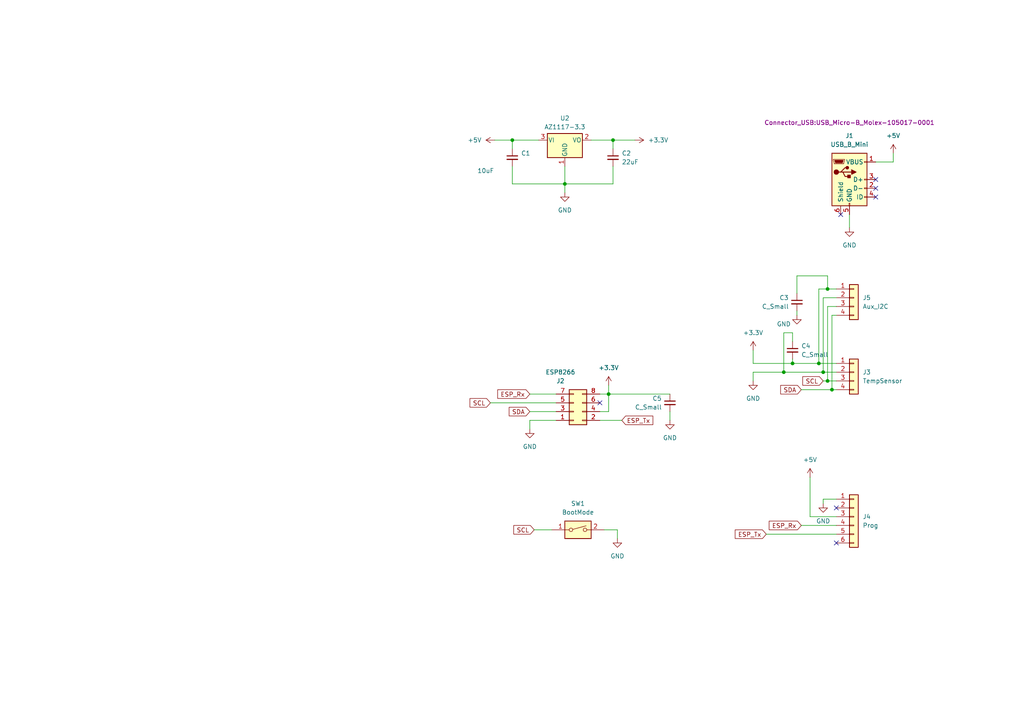
<source format=kicad_sch>
(kicad_sch (version 20230121) (generator eeschema)
  (paper "A4")
  (lib_symbols
    (symbol "Connector:USB_B_Mini" (pin_names (offset 1.016))
      (property "Reference" "J" (at -5.08 11.43 0))
      (property "Value" "USB_B_Mini" (at -5.08 8.89 0))
      (symbol "USB_B_Mini_0_1"
        (rectangle (start -5.08 -7.62) (end 5.08 7.62) (stroke (width 0.254)) (fill (type background)))
        (circle (center -3.81 2.159) (radius 0.635) (stroke (width 0.254)) (fill (type outline)))
        (circle (center -0.635 3.429) (radius 0.381) (stroke (width 0.254)) (fill (type outline)))
        (rectangle (start -0.127 -7.62) (end 0.127 -6.858))
        (polyline (pts (xy -1.905 2.159) (xy 0.635 2.159)) (stroke (width 0.254)))
        (polyline (pts (xy -3.175 2.159) (xy -2.54 2.159) (xy -1.27 3.429) (xy -0.635 3.429)) (stroke (width 0.254)))
        (polyline (pts (xy -2.54 2.159) (xy -1.905 2.159) (xy -1.27 0.889) (xy 0 0.889)) (stroke (width 0.254)))
        (polyline (pts (xy 0.635 2.794) (xy 0.635 1.524) (xy 1.905 2.159) (xy 0.635 2.794)) (stroke (width 0.254)) (fill (type outline)))
        (polyline (pts (xy -4.318 5.588) (xy -1.778 5.588) (xy -2.032 4.826) (xy -4.064 4.826) (xy -4.318 5.588)) (fill (type outline)))
        (polyline (pts (xy -4.699 5.842) (xy -4.699 5.588) (xy -4.445 4.826) (xy -4.445 4.572) (xy -1.651 4.572) (xy -1.651 4.826) (xy -1.397 5.588) (xy -1.397 5.842) (xy -4.699 5.842)))
        (rectangle (start 0.254 1.27) (end -0.508 0.508) (stroke (width 0.254)) (fill (type outline)))
        (rectangle (start 5.08 -5.207) (end 4.318 -4.953))
        (rectangle (start 5.08 -2.667) (end 4.318 -2.413))
        (rectangle (start 5.08 -0.127) (end 4.318 0.127))
        (rectangle (start 5.08 4.953) (end 4.318 5.207))
      )
      (symbol "USB_B_Mini_1_1"
        (pin power_out line (at 7.62 5.08 180) (length 2.54) (name "VBUS") (number "1"))
        (pin bidirectional line (at 7.62 -2.54 180) (length 2.54) (name "D-") (number "2"))
        (pin bidirectional line (at 7.62 0 180) (length 2.54) (name "D+") (number "3"))
        (pin passive line (at 7.62 -5.08 180) (length 2.54) (name "ID") (number "4"))
        (pin power_out line (at 0 -10.16 90) (length 2.54) (name "GND") (number "5"))
        (pin passive line (at -2.54 -10.16 90) (length 2.54) (name "Shield") (number "6"))
      )
    )
    (symbol "Connector_Generic:Conn_01x04" (pin_names (offset 1.016) hide)
      (property "Reference" "J" (at 0 5.08 0))
      (property "Value" "Conn_01x04" (at 0 -7.62 0))
      (symbol "Conn_01x04_1_1"
        (rectangle (start -1.27 -4.953) (end 0 -5.207) (stroke (width 0.1524)))
        (rectangle (start -1.27 -2.413) (end 0 -2.667) (stroke (width 0.1524)))
        (rectangle (start -1.27 0.127) (end 0 -0.127) (stroke (width 0.1524)))
        (rectangle (start -1.27 2.667) (end 0 2.413) (stroke (width 0.1524)))
        (rectangle (start -1.27 3.81) (end 1.27 -6.35) (stroke (width 0.254)) (fill (type background)))
        (pin passive line (at -5.08 2.54 0) (length 3.81) (name "Pin_1") (number "1"))
        (pin passive line (at -5.08 0 0) (length 3.81) (name "Pin_2") (number "2"))
        (pin passive line (at -5.08 -2.54 0) (length 3.81) (name "Pin_3") (number "3"))
        (pin passive line (at -5.08 -5.08 0) (length 3.81) (name "Pin_4") (number "4"))
      )
    )
    (symbol "Connector_Generic:Conn_01x06" (pin_names (offset 1.016) hide)
      (property "Reference" "J" (at 0 7.62 0))
      (property "Value" "Conn_01x06" (at 0 -10.16 0))
      (symbol "Conn_01x06_1_1"
        (rectangle (start -1.27 -7.493) (end 0 -7.747) (stroke (width 0.1524)))
        (rectangle (start -1.27 -4.953) (end 0 -5.207) (stroke (width 0.1524)))
        (rectangle (start -1.27 -2.413) (end 0 -2.667) (stroke (width 0.1524)))
        (rectangle (start -1.27 0.127) (end 0 -0.127) (stroke (width 0.1524)))
        (rectangle (start -1.27 2.667) (end 0 2.413) (stroke (width 0.1524)))
        (rectangle (start -1.27 5.207) (end 0 4.953) (stroke (width 0.1524)))
        (rectangle (start -1.27 6.35) (end 1.27 -8.89) (stroke (width 0.254)) (fill (type background)))
        (pin passive line (at -5.08 5.08 0) (length 3.81) (name "Pin_1") (number "1"))
        (pin passive line (at -5.08 2.54 0) (length 3.81) (name "Pin_2") (number "2"))
        (pin passive line (at -5.08 0 0) (length 3.81) (name "Pin_3") (number "3"))
        (pin passive line (at -5.08 -2.54 0) (length 3.81) (name "Pin_4") (number "4"))
        (pin passive line (at -5.08 -5.08 0) (length 3.81) (name "Pin_5") (number "5"))
        (pin passive line (at -5.08 -7.62 0) (length 3.81) (name "Pin_6") (number "6"))
      )
    )
    (symbol "Connector_Generic:Conn_02x04_Odd_Even" (pin_names (offset 1.016) hide)
      (property "Reference" "J" (at 1.27 5.08 0))
      (property "Value" "Conn_02x04_Odd_Even" (at 1.27 -7.62 0))
      (symbol "Conn_02x04_Odd_Even_1_1"
        (rectangle (start -1.27 -4.953) (end 0 -5.207) (stroke (width 0.1524)))
        (rectangle (start -1.27 -2.413) (end 0 -2.667) (stroke (width 0.1524)))
        (rectangle (start -1.27 0.127) (end 0 -0.127) (stroke (width 0.1524)))
        (rectangle (start -1.27 2.667) (end 0 2.413) (stroke (width 0.1524)))
        (rectangle (start -1.27 3.81) (end 3.81 -6.35) (stroke (width 0.254)) (fill (type background)))
        (rectangle (start 3.81 -4.953) (end 2.54 -5.207) (stroke (width 0.1524)))
        (rectangle (start 3.81 -2.413) (end 2.54 -2.667) (stroke (width 0.1524)))
        (rectangle (start 3.81 0.127) (end 2.54 -0.127) (stroke (width 0.1524)))
        (rectangle (start 3.81 2.667) (end 2.54 2.413) (stroke (width 0.1524)))
        (pin passive line (at -5.08 2.54 0) (length 3.81) (name "Pin_1") (number "1"))
        (pin passive line (at 7.62 2.54 180) (length 3.81) (name "Pin_2") (number "2"))
        (pin passive line (at -5.08 0 0) (length 3.81) (name "Pin_3") (number "3"))
        (pin passive line (at 7.62 0 180) (length 3.81) (name "Pin_4") (number "4"))
        (pin passive line (at -5.08 -2.54 0) (length 3.81) (name "Pin_5") (number "5"))
        (pin passive line (at 7.62 -2.54 180) (length 3.81) (name "Pin_6") (number "6"))
        (pin passive line (at -5.08 -5.08 0) (length 3.81) (name "Pin_7") (number "7"))
        (pin passive line (at 7.62 -5.08 180) (length 3.81) (name "Pin_8") (number "8"))
      )
    )
    (symbol "Device:C_Small" (pin_numbers hide) (pin_names (offset 0.254) hide)
      (property "Reference" "C" (at 0.254 1.778 0))
      (property "Value" "C_Small" (at 0.254 -2.032 0))
      (symbol "C_Small_0_1"
        (polyline (pts (xy -1.524 -0.508) (xy 1.524 -0.508)) (stroke (width 0.3302)))
        (polyline (pts (xy -1.524 0.508) (xy 1.524 0.508)) (stroke (width 0.3048)))
      )
      (symbol "C_Small_1_1"
        (pin passive line (at 0 2.54 270) (length 2.032) (name "~") (number "1"))
        (pin passive line (at 0 -2.54 90) (length 2.032) (name "~") (number "2"))
      )
    )
    (symbol "Regulator_Linear:AZ1117-3.3" (pin_names (offset 0.254))
      (property "Reference" "U" (at -3.81 3.175 0))
      (property "Value" "AZ1117-3.3" (at 0 3.175 0))
      (symbol "AZ1117-3.3_0_1"
        (rectangle (start -5.08 1.905) (end 5.08 -5.08) (stroke (width 0.254)) (fill (type background)))
      )
      (symbol "AZ1117-3.3_1_1"
        (pin power_in line (at 0 -7.62 90) (length 2.54) (name "GND") (number "1"))
        (pin power_out line (at 7.62 0 180) (length 2.54) (name "VO") (number "2"))
        (pin power_in line (at -7.62 0 0) (length 2.54) (name "VI") (number "3"))
      )
    )
    (symbol "Switch:SW_DIP_x01" (pin_names (offset 0) hide)
      (property "Reference" "SW" (at 0 3.81 0))
      (property "Value" "SW_DIP_x01" (at 0 -3.81 0))
      (symbol "SW_DIP_x01_0_0"
        (circle (center -2.032 0) (radius 0.508))
        (polyline (pts (xy -1.524 0.127) (xy 2.3622 1.1684)))
        (circle (center 2.032 0) (radius 0.508))
      )
      (symbol "SW_DIP_x01_0_1"
        (rectangle (start -3.81 2.54) (end 3.81 -2.54) (stroke (width 0.254)) (fill (type background)))
      )
      (symbol "SW_DIP_x01_1_1"
        (pin passive line (at -7.62 0 0) (length 5.08) (name "~") (number "1"))
        (pin passive line (at 7.62 0 180) (length 5.08) (name "~") (number "2"))
      )
    )
    (symbol "power:+3.3V" (power) (pin_names (offset 0))
      (property "Value" "+3.3V" (at 0 3.556 0))
      (symbol "+3.3V_0_1"
        (polyline (pts (xy -0.762 1.27) (xy 0 2.54)))
        (polyline (pts (xy 0 0) (xy 0 2.54)))
        (polyline (pts (xy 0 2.54) (xy 0.762 1.27)))
      )
      (symbol "+3.3V_1_1"
        (pin power_in line (at 0 0 90) (length 0) hide (name "+3.3V") (number "1"))
      )
    )
    (symbol "power:+5V" (power) (pin_names (offset 0))
      (property "Value" "+5V" (at 0 3.556 0))
      (symbol "+5V_0_1"
        (polyline (pts (xy -0.762 1.27) (xy 0 2.54)))
        (polyline (pts (xy 0 0) (xy 0 2.54)))
        (polyline (pts (xy 0 2.54) (xy 0.762 1.27)))
      )
      (symbol "+5V_1_1"
        (pin power_in line (at 0 0 90) (length 0) hide (name "+5V") (number "1"))
      )
    )
    (symbol "power:GND" (power) (pin_names (offset 0))
      (property "Value" "GND" (at 0 -3.81 0))
      (symbol "GND_0_1"
        (polyline (pts (xy 0 0) (xy 0 -1.27) (xy 1.27 -1.27) (xy 0 -2.54) (xy -1.27 -1.27) (xy 0 -1.27)))
      )
      (symbol "GND_1_1"
        (pin power_in line (at 0 0 270) (length 0) hide (name "GND") (number "1"))
      )
    )
  )
  (junction (at 177.8 40.64))
  (junction (at 237.49 105.41))
  (junction (at 241.3 113.03))
  (junction (at 240.03 83.82))
  (junction (at 163.83 53.34))
  (junction (at 229.87 105.41))
  (junction (at 227.33 107.95))
  (junction (at 240.03 110.49))
  (junction (at 148.59 40.64))
  (junction (at 176.53 114.3))
  (junction (at 238.76 107.95))
  (no_connect (at 254 52.07))
  (no_connect (at 173.99 116.84))
  (no_connect (at 254 57.15))
  (no_connect (at 243.84 62.23))
  (no_connect (at 254 54.61))
  (no_connect (at 242.57 157.48))
  (no_connect (at 242.57 147.32))
  (wire (pts (xy 242.57 105.41) (xy 237.49 105.41)))
  (wire (pts (xy 163.83 53.34) (xy 163.83 55.88)))
  (wire (pts (xy 240.03 110.49) (xy 242.57 110.49)))
  (wire (pts (xy 227.33 107.95) (xy 238.76 107.95)))
  (wire (pts (xy 173.99 119.38) (xy 176.53 119.38)))
  (wire (pts (xy 229.87 105.41) (xy 218.44 105.41)))
  (wire (pts (xy 171.45 40.64) (xy 177.8 40.64)))
  (wire (pts (xy 154.94 153.67) (xy 160.02 153.67)))
  (wire (pts (xy 176.53 119.38) (xy 176.53 114.3)))
  (wire (pts (xy 148.59 53.34) (xy 163.83 53.34)))
  (wire (pts (xy 218.44 110.49) (xy 218.44 107.95)))
  (wire (pts (xy 234.95 149.86) (xy 242.57 149.86)))
  (wire (pts (xy 240.03 88.9) (xy 240.03 110.49)))
  (wire (pts (xy 232.41 113.03) (xy 241.3 113.03)))
  (wire (pts (xy 153.67 119.38) (xy 161.29 119.38)))
  (wire (pts (xy 229.87 104.14) (xy 229.87 105.41)))
  (wire (pts (xy 148.59 40.64) (xy 156.21 40.64)))
  (wire (pts (xy 234.95 138.43) (xy 234.95 149.86)))
  (wire (pts (xy 142.24 116.84) (xy 161.29 116.84)))
  (wire (pts (xy 148.59 48.26) (xy 148.59 53.34)))
  (wire (pts (xy 246.38 62.23) (xy 246.38 66.04)))
  (wire (pts (xy 194.31 119.38) (xy 194.31 121.92)))
  (wire (pts (xy 218.44 107.95) (xy 227.33 107.95)))
  (wire (pts (xy 177.8 40.64) (xy 184.15 40.64)))
  (wire (pts (xy 242.57 144.78) (xy 238.76 144.78)))
  (wire (pts (xy 238.76 110.49) (xy 240.03 110.49)))
  (wire (pts (xy 173.99 114.3) (xy 176.53 114.3)))
  (wire (pts (xy 231.14 85.09) (xy 231.14 80.01)))
  (wire (pts (xy 237.49 105.41) (xy 229.87 105.41)))
  (wire (pts (xy 238.76 107.95) (xy 242.57 107.95)))
  (wire (pts (xy 240.03 88.9) (xy 242.57 88.9)))
  (wire (pts (xy 240.03 83.82) (xy 242.57 83.82)))
  (wire (pts (xy 229.87 99.06) (xy 229.87 96.52)))
  (wire (pts (xy 176.53 114.3) (xy 194.31 114.3)))
  (wire (pts (xy 231.14 90.17) (xy 231.14 91.44)))
  (wire (pts (xy 231.14 80.01) (xy 240.03 80.01)))
  (wire (pts (xy 237.49 105.41) (xy 237.49 83.82)))
  (wire (pts (xy 222.25 154.94) (xy 242.57 154.94)))
  (wire (pts (xy 175.26 153.67) (xy 179.07 153.67)))
  (wire (pts (xy 232.41 152.4) (xy 242.57 152.4)))
  (wire (pts (xy 229.87 96.52) (xy 227.33 96.52)))
  (wire (pts (xy 143.51 40.64) (xy 148.59 40.64)))
  (wire (pts (xy 238.76 144.78) (xy 238.76 146.05)))
  (wire (pts (xy 259.08 46.99) (xy 254 46.99)))
  (wire (pts (xy 153.67 121.92) (xy 153.67 124.46)))
  (wire (pts (xy 259.08 44.45) (xy 259.08 46.99)))
  (wire (pts (xy 176.53 114.3) (xy 176.53 111.76)))
  (wire (pts (xy 163.83 48.26) (xy 163.83 53.34)))
  (wire (pts (xy 241.3 91.44) (xy 242.57 91.44)))
  (wire (pts (xy 179.07 153.67) (xy 179.07 156.21)))
  (wire (pts (xy 240.03 80.01) (xy 240.03 83.82)))
  (wire (pts (xy 241.3 91.44) (xy 241.3 113.03)))
  (wire (pts (xy 163.83 53.34) (xy 177.8 53.34)))
  (wire (pts (xy 177.8 48.26) (xy 177.8 53.34)))
  (wire (pts (xy 148.59 40.64) (xy 148.59 43.18)))
  (wire (pts (xy 237.49 83.82) (xy 240.03 83.82)))
  (wire (pts (xy 161.29 121.92) (xy 153.67 121.92)))
  (wire (pts (xy 177.8 40.64) (xy 177.8 43.18)))
  (wire (pts (xy 227.33 96.52) (xy 227.33 107.95)))
  (wire (pts (xy 238.76 107.95) (xy 238.76 86.36)))
  (wire (pts (xy 173.99 121.92) (xy 180.34 121.92)))
  (wire (pts (xy 238.76 86.36) (xy 242.57 86.36)))
  (wire (pts (xy 218.44 105.41) (xy 218.44 101.6)))
  (wire (pts (xy 153.67 114.3) (xy 161.29 114.3)))
  (wire (pts (xy 241.3 113.03) (xy 242.57 113.03)))
  (global_label "SCL" (shape input) (at 154.94 153.67 180) (property "Intersheetrefs" "${INTERSHEET_REFS}" (effects hide)))
  (global_label "SCL" (shape input) (at 238.76 110.49 180) (property "Intersheetrefs" "${INTERSHEET_REFS}" (effects hide)))
  (global_label "SDA" (shape input) (at 232.41 113.03 180) (property "Intersheetrefs" "${INTERSHEET_REFS}" (effects hide)))
  (global_label "SDA" (shape input) (at 153.67 119.38 180) (property "Intersheetrefs" "${INTERSHEET_REFS}" (effects hide)))
  (global_label "ESP_Tx" (shape input) (at 180.34 121.92 0) (property "Intersheetrefs" "${INTERSHEET_REFS}" (effects hide)))
  (global_label "ESP_Rx" (shape input) (at 232.41 152.4 180) (property "Intersheetrefs" "${INTERSHEET_REFS}" (effects hide)))
  (global_label "ESP_Rx" (shape input) (at 153.67 114.3 180) (property "Intersheetrefs" "${INTERSHEET_REFS}" (effects hide)))
  (global_label "SCL" (shape input) (at 142.24 116.84 180) (property "Intersheetrefs" "${INTERSHEET_REFS}" (effects hide)))
  (global_label "ESP_Tx" (shape input) (at 222.25 154.94 180) (property "Intersheetrefs" "${INTERSHEET_REFS}" (effects hide)))
  (symbol (lib_id "Switch:SW_DIP_x01") (at 167.64 153.67 0) (unit 1)
    (property "Reference" "SW1" (at 167.64 146.05 0))
    (property "Value" "BootMode" (at 167.64 148.59 0))
    (property "Footprint" "Button_Switch_THT:SW_PUSH_6mm" (effects hide))
  )
  (symbol (lib_id "power:+3.3V") (at 184.15 40.64 270) (unit 1)
    (property "Reference" "#PWR012" (effects hide))
    (property "Value" "+3.3V" (at 187.96 40.64 90) (effects (justify left)))
  )
  (symbol (lib_id "Connector_Generic:Conn_01x04") (at 247.65 86.36 0) (unit 1)
    (property "Reference" "J5" (at 250.19 86.36 0) (effects (justify left)))
    (property "Value" "Aux_I2C" (at 250.19 88.9 0) (effects (justify left)))
    (property "Footprint" "Connector_PinSocket_2.54mm:PinSocket_1x04_P2.54mm_Vertical" (effects hide))
  )
  (symbol (lib_id "power:GND") (at 238.76 146.05 0) (unit 1)
    (property "Reference" "#PWR09" (effects hide))
    (property "Value" "GND" (at 238.76 151.13 0))
  )
  (symbol (lib_id "power:GND") (at 179.07 156.21 0) (unit 1)
    (property "Reference" "#PWR07" (effects hide))
    (property "Value" "GND" (at 179.07 161.29 0))
  )
  (symbol (lib_id "power:+5V") (at 234.95 138.43 0) (unit 1)
    (property "Reference" "#PWR08" (effects hide))
    (property "Value" "+5V" (at 234.95 133.35 0))
  )
  (symbol (lib_id "power:GND") (at 194.31 121.92 0) (unit 1)
    (property "Reference" "#PWR014" (effects hide))
    (property "Value" "GND" (at 194.31 127 0))
  )
  (symbol (lib_id "power:+3.3V") (at 218.44 101.6 0) (unit 1)
    (property "Reference" "#PWR05" (effects hide))
    (property "Value" "+3.3V" (at 218.44 96.52 0))
  )
  (symbol (lib_id "Device:C_Small") (at 231.14 87.63 0) (unit 1)
    (property "Reference" "C3" (at 226.06 86.36 0) (effects (justify left)))
    (property "Value" "C_Small" (at 220.98 88.9 0) (effects (justify left)))
    (property "Footprint" "Capacitor_SMD:C_1206_3216Metric" (effects hide))
  )
  (symbol (lib_id "Connector_Generic:Conn_01x04") (at 247.65 107.95 0) (unit 1)
    (property "Reference" "J3" (at 250.19 107.95 0) (effects (justify left)))
    (property "Value" "TempSensor" (at 250.19 110.49 0) (effects (justify left)))
    (property "Footprint" "Connector_PinSocket_2.54mm:PinSocket_1x04_P2.54mm_Vertical" (effects hide))
  )
  (symbol (lib_id "Device:C_Small") (at 229.87 101.6 0) (unit 1)
    (property "Reference" "C4" (at 232.41 100.3363 0) (effects (justify left)))
    (property "Value" "C_Small" (at 232.41 102.8763 0) (effects (justify left)))
    (property "Footprint" "Capacitor_SMD:C_1206_3216Metric" (effects hide))
  )
  (symbol (lib_id "Device:C_Small") (at 148.59 45.72 0) (unit 1)
    (property "Reference" "C1" (at 151.13 44.4563 0) (effects (justify left)))
    (property "Value" "10uF" (at 138.43 49.53 0) (effects (justify left)))
    (property "Footprint" "Capacitor_SMD:C_1206_3216Metric" (effects hide))
  )
  (symbol (lib_id "power:+3.3V") (at 176.53 111.76 0) (unit 1)
    (property "Reference" "#PWR03" (effects hide))
    (property "Value" "+3.3V" (at 176.53 106.68 0))
  )
  (symbol (lib_id "Device:C_Small") (at 177.8 45.72 0) (unit 1)
    (property "Reference" "C2" (at 180.34 44.4563 0) (effects (justify left)))
    (property "Value" "22uF" (at 180.34 46.9963 0) (effects (justify left)))
    (property "Footprint" "Capacitor_SMD:C_1206_3216Metric" (effects hide))
  )
  (symbol (lib_id "Connector_Generic:Conn_01x06") (at 247.65 149.86 0) (unit 1)
    (property "Reference" "J4" (at 250.19 149.86 0) (effects (justify left)))
    (property "Value" "Prog" (at 250.19 152.4 0) (effects (justify left)))
    (property "Footprint" "Connector_PinHeader_2.54mm:PinHeader_1x06_P2.54mm_Vertical" (effects hide))
  )
  (symbol (lib_id "power:GND") (at 163.83 55.88 0) (unit 1)
    (property "Reference" "#PWR013" (effects hide))
    (property "Value" "GND" (at 163.83 60.96 0))
  )
  (symbol (lib_id "Connector:USB_B_Mini") (at 246.38 52.07 0) (unit 1)
    (property "Reference" "J1" (at 246.38 39.37 0))
    (property "Value" "USB_B_Mini" (at 246.38 41.91 0))
    (property "Footprint" "Connector_USB:USB_Micro-B_Molex-105017-0001" (at 246.38 35.56 0))
  )
  (symbol (lib_id "Device:C_Small") (at 194.31 116.84 0) (unit 1)
    (property "Reference" "C5" (at 189.23 115.57 0) (effects (justify left)))
    (property "Value" "C_Small" (at 184.15 118.11 0) (effects (justify left)))
    (property "Footprint" "Capacitor_SMD:C_1206_3216Metric" (effects hide))
  )
  (symbol (lib_id "power:GND") (at 246.38 66.04 0) (unit 1)
    (property "Reference" "#PWR01" (effects hide))
    (property "Value" "GND" (at 246.38 71.12 0))
  )
  (symbol (lib_id "power:+5V") (at 259.08 44.45 0) (unit 1)
    (property "Reference" "#PWR02" (effects hide))
    (property "Value" "+5V" (at 259.08 39.37 0))
  )
  (symbol (lib_id "Connector_Generic:Conn_02x04_Odd_Even") (at 166.37 119.38 0) (mirror x) (unit 1)
    (property "Reference" "J2" (at 162.56 110.49 0))
    (property "Value" "ESP8266" (at 162.56 107.95 0))
    (property "Footprint" "Connector_PinSocket_2.54mm:PinSocket_2x04_P2.54mm_Vertical" (effects hide))
  )
  (symbol (lib_id "power:GND") (at 218.44 110.49 0) (unit 1)
    (property "Reference" "#PWR06" (effects hide))
    (property "Value" "GND" (at 218.44 115.57 0))
  )
  (symbol (lib_id "Regulator_Linear:AZ1117-3.3") (at 163.83 40.64 0) (unit 1)
    (property "Reference" "U2" (at 163.83 34.29 0))
    (property "Value" "AZ1117-3.3" (at 163.83 36.83 0))
    (property "Footprint" "Package_TO_SOT_SMD:SOT-89-3" (effects hide))
    (property "Datasheet" "https://www.diodes.com/assets/Datasheets/AZ1117.pdf" (effects hide))
  )
  (symbol (lib_id "power:+5V") (at 143.51 40.64 90) (unit 1)
    (property "Reference" "#PWR011" (effects hide))
    (property "Value" "+5V" (at 139.7 40.64 90) (effects (justify left)))
  )
  (symbol (lib_id "power:GND") (at 153.67 124.46 0) (unit 1)
    (property "Reference" "#PWR04" (effects hide))
    (property "Value" "GND" (at 153.67 129.54 0))
  )
  (symbol (lib_id "power:GND") (at 231.14 91.44 0) (unit 1)
    (property "Reference" "#PWR010" (effects hide))
    (property "Value" "GND" (at 227.33 93.98 0))
  )
)
</source>
